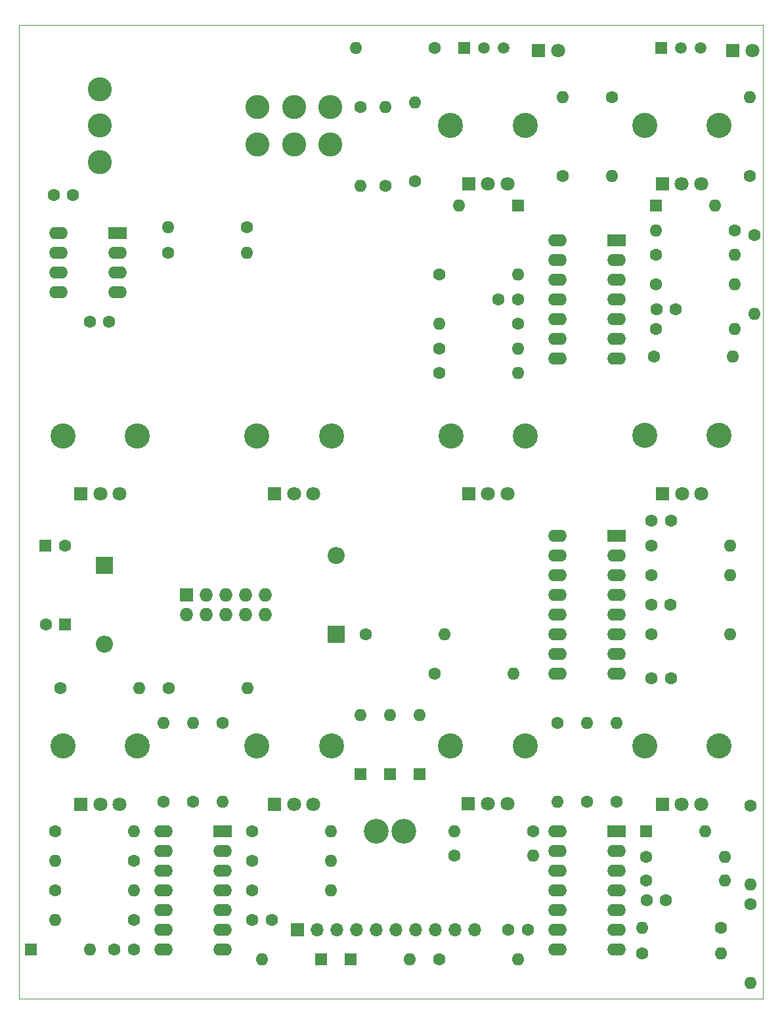
<source format=gbr>
%TF.GenerationSoftware,KiCad,Pcbnew,(5.1.9)-1*%
%TF.CreationDate,2021-10-01T12:29:47+01:00*%
%TF.ProjectId,KOSMOS Function Generator,4b4f534d-4f53-4204-9675-6e6374696f6e,rev?*%
%TF.SameCoordinates,Original*%
%TF.FileFunction,Soldermask,Top*%
%TF.FilePolarity,Negative*%
%FSLAX46Y46*%
G04 Gerber Fmt 4.6, Leading zero omitted, Abs format (unit mm)*
G04 Created by KiCad (PCBNEW (5.1.9)-1) date 2021-10-01 12:29:47*
%MOMM*%
%LPD*%
G01*
G04 APERTURE LIST*
%TA.AperFunction,Profile*%
%ADD10C,0.050000*%
%TD*%
%ADD11C,3.240000*%
%ADD12C,1.800000*%
%ADD13R,1.800000X1.800000*%
%ADD14C,1.600000*%
%ADD15O,1.600000X1.600000*%
%ADD16R,1.600000X1.600000*%
%ADD17R,2.200000X2.200000*%
%ADD18O,2.200000X2.200000*%
%ADD19R,1.727200X1.727200*%
%ADD20O,1.727200X1.727200*%
%ADD21R,1.700000X1.700000*%
%ADD22O,1.700000X1.700000*%
%ADD23R,1.500000X1.500000*%
%ADD24C,1.500000*%
%ADD25C,3.100000*%
%ADD26C,3.200000*%
%ADD27O,2.400000X1.600000*%
%ADD28R,2.400000X1.600000*%
G04 APERTURE END LIST*
D10*
X19430000Y-142240000D02*
X19430000Y-16680000D01*
X115400000Y-142240000D02*
X19430000Y-142240000D01*
X115400000Y-16680000D02*
X115400000Y-142240000D01*
X19430000Y-16680000D02*
X115400000Y-16680000D01*
D11*
%TO.C,RV2*%
X100140000Y-69650000D03*
X109740000Y-69650000D03*
D12*
X107440000Y-77150000D03*
X104940000Y-77150000D03*
D13*
X102440000Y-77150000D03*
%TD*%
D14*
%TO.C,R45*%
X64135000Y-95250000D03*
D15*
X74295000Y-95250000D03*
%TD*%
D14*
%TO.C,R25*%
X89535000Y-36195000D03*
D15*
X89535000Y-26035000D03*
%TD*%
%TO.C,R21*%
X114300000Y-53975000D03*
D14*
X114300000Y-43815000D03*
%TD*%
D15*
%TO.C,R1*%
X59690000Y-120650000D03*
D14*
X49530000Y-120650000D03*
%TD*%
%TO.C,C1*%
X22900000Y-93980000D03*
D16*
X25400000Y-93980000D03*
%TD*%
%TO.C,C2*%
X22860000Y-83820000D03*
D14*
X25360000Y-83820000D03*
%TD*%
%TO.C,C3*%
X102870000Y-129540000D03*
X100370000Y-129540000D03*
%TD*%
%TO.C,C4*%
X52030000Y-132080000D03*
X49530000Y-132080000D03*
%TD*%
%TO.C,C5*%
X104140000Y-53340000D03*
X101640000Y-53340000D03*
%TD*%
%TO.C,C6*%
X85050000Y-133350000D03*
X82550000Y-133350000D03*
%TD*%
%TO.C,C7*%
X31750000Y-135890000D03*
X34250000Y-135890000D03*
%TD*%
%TO.C,C8*%
X81280000Y-52070000D03*
X83780000Y-52070000D03*
%TD*%
%TO.C,C9*%
X103465000Y-91440000D03*
X100965000Y-91440000D03*
%TD*%
%TO.C,C10*%
X101005000Y-100965000D03*
X103505000Y-100965000D03*
%TD*%
%TO.C,C11*%
X103505000Y-80645000D03*
X101005000Y-80645000D03*
%TD*%
D17*
%TO.C,D1*%
X60325000Y-95250000D03*
D18*
X60325000Y-85090000D03*
%TD*%
D15*
%TO.C,D2*%
X67310000Y-105664000D03*
D16*
X67310000Y-113284000D03*
%TD*%
%TO.C,D3*%
X100330000Y-120650000D03*
D15*
X107950000Y-120650000D03*
%TD*%
D16*
%TO.C,D4*%
X71120000Y-113284000D03*
D15*
X71120000Y-105664000D03*
%TD*%
D18*
%TO.C,D5*%
X30480000Y-96520000D03*
D17*
X30480000Y-86360000D03*
%TD*%
D16*
%TO.C,D6*%
X101600000Y-40005000D03*
D15*
X109220000Y-40005000D03*
%TD*%
%TO.C,D7*%
X28575000Y-135890000D03*
D16*
X20955000Y-135890000D03*
%TD*%
D12*
%TO.C,D8*%
X88970000Y-19990000D03*
D13*
X86430000Y-19990000D03*
%TD*%
%TO.C,D9*%
X111450000Y-19980000D03*
D12*
X113990000Y-19980000D03*
%TD*%
D16*
%TO.C,D10*%
X83820000Y-40005000D03*
D15*
X76200000Y-40005000D03*
%TD*%
%TO.C,D11*%
X63500000Y-105664000D03*
D16*
X63500000Y-113284000D03*
%TD*%
%TO.C,D12*%
X62230000Y-137160000D03*
D15*
X69850000Y-137160000D03*
%TD*%
%TO.C,D13*%
X50800000Y-137160000D03*
D16*
X58420000Y-137160000D03*
%TD*%
D19*
%TO.C,J1*%
X41010000Y-90170000D03*
D20*
X41010000Y-92710000D03*
X43550000Y-90170000D03*
X43550000Y-92710000D03*
X46090000Y-90170000D03*
X46090000Y-92710000D03*
X48630000Y-90170000D03*
X48630000Y-92710000D03*
X51170000Y-90170000D03*
X51170000Y-92710000D03*
%TD*%
D21*
%TO.C,J2*%
X55330000Y-133360000D03*
D22*
X57870000Y-133360000D03*
X60410000Y-133360000D03*
X62950000Y-133360000D03*
X65490000Y-133360000D03*
X68030000Y-133360000D03*
X70570000Y-133360000D03*
X73110000Y-133360000D03*
X75650000Y-133360000D03*
X78190000Y-133360000D03*
%TD*%
D23*
%TO.C,Q1*%
X76835000Y-19685000D03*
D24*
X81915000Y-19685000D03*
X79375000Y-19685000D03*
%TD*%
%TO.C,Q2*%
X104775000Y-19685000D03*
X107315000Y-19685000D03*
D23*
X102235000Y-19685000D03*
%TD*%
D15*
%TO.C,R2*%
X99822000Y-133096000D03*
D14*
X109982000Y-133096000D03*
%TD*%
D15*
%TO.C,R3*%
X110490000Y-123952000D03*
D14*
X100330000Y-123952000D03*
%TD*%
%TO.C,R4*%
X99822000Y-136398000D03*
D15*
X109982000Y-136398000D03*
%TD*%
%TO.C,R5*%
X59690000Y-124460000D03*
D14*
X49530000Y-124460000D03*
%TD*%
D15*
%TO.C,R6*%
X113792000Y-140208000D03*
D14*
X113792000Y-130048000D03*
%TD*%
%TO.C,R7*%
X113792000Y-117348000D03*
D15*
X113792000Y-127508000D03*
%TD*%
%TO.C,R8*%
X110490000Y-127000000D03*
D14*
X100330000Y-127000000D03*
%TD*%
%TO.C,R9*%
X49530000Y-128270000D03*
D15*
X59690000Y-128270000D03*
%TD*%
%TO.C,R10*%
X88900000Y-116840000D03*
D14*
X88900000Y-106680000D03*
%TD*%
%TO.C,R11*%
X45720000Y-106680000D03*
D15*
X45720000Y-116840000D03*
%TD*%
D14*
%TO.C,R12*%
X111760000Y-43180000D03*
D15*
X101600000Y-43180000D03*
%TD*%
D14*
%TO.C,R13*%
X101346000Y-59436000D03*
D15*
X111506000Y-59436000D03*
%TD*%
D14*
%TO.C,R14*%
X92710000Y-116840000D03*
D15*
X92710000Y-106680000D03*
%TD*%
D14*
%TO.C,R15*%
X41910000Y-116840000D03*
D15*
X41910000Y-106680000D03*
%TD*%
%TO.C,R16*%
X111760000Y-46355000D03*
D14*
X101600000Y-46355000D03*
%TD*%
D15*
%TO.C,R17*%
X111760000Y-55880000D03*
D14*
X101600000Y-55880000D03*
%TD*%
%TO.C,R18*%
X101600000Y-50165000D03*
D15*
X111760000Y-50165000D03*
%TD*%
%TO.C,R19*%
X96520000Y-106680000D03*
D14*
X96520000Y-116840000D03*
%TD*%
D15*
%TO.C,R20*%
X38100000Y-106680000D03*
D14*
X38100000Y-116840000D03*
%TD*%
D15*
%TO.C,R22*%
X24130000Y-124460000D03*
D14*
X34290000Y-124460000D03*
%TD*%
D15*
%TO.C,R23*%
X34290000Y-120650000D03*
D14*
X24130000Y-120650000D03*
%TD*%
%TO.C,R24*%
X85725000Y-120650000D03*
D15*
X75565000Y-120650000D03*
%TD*%
D14*
%TO.C,R26*%
X34290000Y-132080000D03*
D15*
X24130000Y-132080000D03*
%TD*%
%TO.C,R27*%
X85725000Y-123825000D03*
D14*
X75565000Y-123825000D03*
%TD*%
%TO.C,R28*%
X24130000Y-128270000D03*
D15*
X34290000Y-128270000D03*
%TD*%
D14*
%TO.C,R29*%
X100965000Y-83820000D03*
D15*
X111125000Y-83820000D03*
%TD*%
D14*
%TO.C,R30*%
X73660000Y-137160000D03*
D15*
X83820000Y-137160000D03*
%TD*%
%TO.C,R31*%
X62865000Y-19685000D03*
D14*
X73025000Y-19685000D03*
%TD*%
D15*
%TO.C,R32*%
X113665000Y-26035000D03*
D14*
X113665000Y-36195000D03*
%TD*%
%TO.C,R33*%
X38735000Y-102235000D03*
D15*
X48895000Y-102235000D03*
%TD*%
D14*
%TO.C,R34*%
X24765000Y-102235000D03*
D15*
X34925000Y-102235000D03*
%TD*%
%TO.C,R35*%
X111125000Y-87630000D03*
D14*
X100965000Y-87630000D03*
%TD*%
D15*
%TO.C,R36*%
X63500000Y-37465000D03*
D14*
X63500000Y-27305000D03*
%TD*%
%TO.C,R37*%
X66675000Y-37465000D03*
D15*
X66675000Y-27305000D03*
%TD*%
%TO.C,R38*%
X95885000Y-36195000D03*
D14*
X95885000Y-26035000D03*
%TD*%
%TO.C,R39*%
X70485000Y-36830000D03*
D15*
X70485000Y-26670000D03*
%TD*%
%TO.C,R40*%
X83820000Y-58420000D03*
D14*
X73660000Y-58420000D03*
%TD*%
%TO.C,R41*%
X83820000Y-55245000D03*
D15*
X73660000Y-55245000D03*
%TD*%
D14*
%TO.C,R42*%
X73660000Y-61595000D03*
D15*
X83820000Y-61595000D03*
%TD*%
%TO.C,R43*%
X83820000Y-48895000D03*
D14*
X73660000Y-48895000D03*
%TD*%
%TO.C,R44*%
X100965000Y-95250000D03*
D15*
X111125000Y-95250000D03*
%TD*%
%TO.C,R46*%
X83185000Y-100330000D03*
D14*
X73025000Y-100330000D03*
%TD*%
D11*
%TO.C,RV1*%
X25130000Y-69680000D03*
X34730000Y-69680000D03*
D12*
X32430000Y-77180000D03*
X29930000Y-77180000D03*
D13*
X27430000Y-77180000D03*
%TD*%
%TO.C,RV3*%
X52430000Y-77180000D03*
D12*
X54930000Y-77180000D03*
X57430000Y-77180000D03*
D11*
X59730000Y-69680000D03*
X50130000Y-69680000D03*
%TD*%
D13*
%TO.C,RV4*%
X77430000Y-77180000D03*
D12*
X79930000Y-77180000D03*
X82430000Y-77180000D03*
D11*
X84730000Y-69680000D03*
X75130000Y-69680000D03*
%TD*%
D13*
%TO.C,RV5*%
X102420000Y-37180000D03*
D12*
X104920000Y-37180000D03*
X107420000Y-37180000D03*
D11*
X109720000Y-29680000D03*
X100120000Y-29680000D03*
%TD*%
%TO.C,RV6*%
X75120000Y-29670000D03*
X84720000Y-29670000D03*
D12*
X82420000Y-37170000D03*
X79920000Y-37170000D03*
D13*
X77420000Y-37170000D03*
%TD*%
%TO.C,RV7*%
X27420000Y-117190000D03*
D12*
X29920000Y-117190000D03*
X32420000Y-117190000D03*
D11*
X34720000Y-109690000D03*
X25120000Y-109690000D03*
%TD*%
%TO.C,RV8*%
X75110000Y-109650000D03*
X84710000Y-109650000D03*
D12*
X82410000Y-117150000D03*
X79910000Y-117150000D03*
D13*
X77410000Y-117150000D03*
%TD*%
D11*
%TO.C,RV9*%
X100130000Y-109680000D03*
X109730000Y-109680000D03*
D12*
X107430000Y-117180000D03*
X104930000Y-117180000D03*
D13*
X102430000Y-117180000D03*
%TD*%
%TO.C,RV10*%
X52420000Y-117170000D03*
D12*
X54920000Y-117170000D03*
X57420000Y-117170000D03*
D11*
X59720000Y-109670000D03*
X50120000Y-109670000D03*
%TD*%
D25*
%TO.C,SW1*%
X29910000Y-29670000D03*
X29910000Y-24970000D03*
X29910000Y-34370000D03*
%TD*%
%TO.C,SW2*%
X54920000Y-32085000D03*
X59620000Y-32085000D03*
X50220000Y-32085000D03*
X59620000Y-27255000D03*
X54920000Y-27255000D03*
X50220000Y-27255000D03*
%TD*%
D26*
%TO.C,SW3*%
X69060000Y-120650000D03*
X65560000Y-120650000D03*
%TD*%
D27*
%TO.C,U1*%
X88900000Y-120650000D03*
X96520000Y-135890000D03*
X88900000Y-123190000D03*
X96520000Y-133350000D03*
X88900000Y-125730000D03*
X96520000Y-130810000D03*
X88900000Y-128270000D03*
X96520000Y-128270000D03*
X88900000Y-130810000D03*
X96520000Y-125730000D03*
X88900000Y-133350000D03*
X96520000Y-123190000D03*
X88900000Y-135890000D03*
D28*
X96520000Y-120650000D03*
%TD*%
%TO.C,U2*%
X45720000Y-120650000D03*
D27*
X38100000Y-135890000D03*
X45720000Y-123190000D03*
X38100000Y-133350000D03*
X45720000Y-125730000D03*
X38100000Y-130810000D03*
X45720000Y-128270000D03*
X38100000Y-128270000D03*
X45720000Y-130810000D03*
X38100000Y-125730000D03*
X45720000Y-133350000D03*
X38100000Y-123190000D03*
X45720000Y-135890000D03*
X38100000Y-120650000D03*
%TD*%
D28*
%TO.C,U3*%
X96520000Y-44450000D03*
D27*
X88900000Y-59690000D03*
X96520000Y-46990000D03*
X88900000Y-57150000D03*
X96520000Y-49530000D03*
X88900000Y-54610000D03*
X96520000Y-52070000D03*
X88900000Y-52070000D03*
X96520000Y-54610000D03*
X88900000Y-49530000D03*
X96520000Y-57150000D03*
X88900000Y-46990000D03*
X96520000Y-59690000D03*
X88900000Y-44450000D03*
%TD*%
D28*
%TO.C,U4*%
X96520000Y-82550000D03*
D27*
X88900000Y-100330000D03*
X96520000Y-85090000D03*
X88900000Y-97790000D03*
X96520000Y-87630000D03*
X88900000Y-95250000D03*
X96520000Y-90170000D03*
X88900000Y-92710000D03*
X96520000Y-92710000D03*
X88900000Y-90170000D03*
X96520000Y-95250000D03*
X88900000Y-87630000D03*
X96520000Y-97790000D03*
X88900000Y-85090000D03*
X96520000Y-100330000D03*
X88900000Y-82550000D03*
%TD*%
D14*
%TO.C,C12*%
X31075000Y-54991000D03*
X28575000Y-54991000D03*
%TD*%
%TO.C,C13*%
X23939500Y-38671500D03*
X26439500Y-38671500D03*
%TD*%
%TO.C,R47*%
X48831500Y-42799000D03*
D15*
X38671500Y-42799000D03*
%TD*%
%TO.C,R48*%
X48831500Y-46101000D03*
D14*
X38671500Y-46101000D03*
%TD*%
D28*
%TO.C,U5*%
X32194500Y-43561000D03*
D27*
X24574500Y-51181000D03*
X32194500Y-46101000D03*
X24574500Y-48641000D03*
X32194500Y-48641000D03*
X24574500Y-46101000D03*
X32194500Y-51181000D03*
X24574500Y-43561000D03*
%TD*%
M02*

</source>
